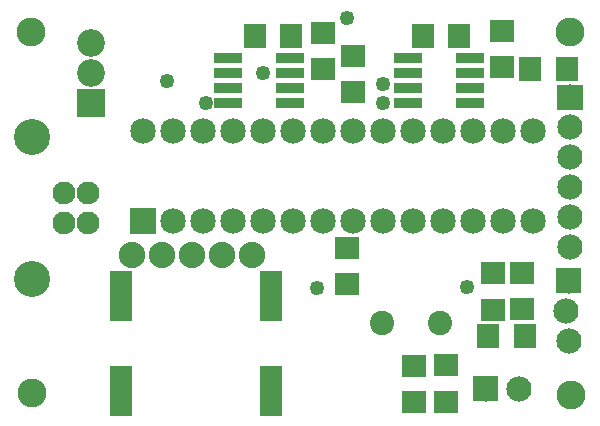
<source format=gts>
G04 MADE WITH FRITZING*
G04 WWW.FRITZING.ORG*
G04 DOUBLE SIDED*
G04 HOLES PLATED*
G04 CONTOUR ON CENTER OF CONTOUR VECTOR*
%ASAXBY*%
%FSLAX23Y23*%
%MOIN*%
%OFA0B0*%
%SFA1.0B1.0*%
%ADD10C,0.049370*%
%ADD11C,0.096614*%
%ADD12C,0.085000*%
%ADD13C,0.080925*%
%ADD14C,0.080866*%
%ADD15C,0.092000*%
%ADD16C,0.088000*%
%ADD17C,0.084000*%
%ADD18C,0.076000*%
%ADD19C,0.120000*%
%ADD20R,0.085000X0.085000*%
%ADD21R,0.092000X0.092000*%
%ADD22R,0.097000X0.034000*%
%ADD23R,0.072992X0.167480*%
%ADD24R,0.084803X0.072992*%
%ADD25R,0.072992X0.084803*%
%ADD26R,0.001000X0.001000*%
%LNMASK1*%
G90*
G70*
G54D10*
X1035Y433D03*
X1534Y437D03*
X1254Y1116D03*
X664Y1050D03*
X1255Y1052D03*
X855Y1152D03*
X535Y1124D03*
X1134Y1336D03*
G54D11*
X1883Y77D03*
X84Y84D03*
X1877Y1288D03*
X83Y1287D03*
G54D12*
X455Y659D03*
X455Y959D03*
X555Y659D03*
X555Y959D03*
X655Y659D03*
X655Y959D03*
X755Y659D03*
X755Y959D03*
X855Y659D03*
X855Y959D03*
X955Y659D03*
X955Y959D03*
X1055Y659D03*
X1055Y959D03*
X1155Y659D03*
X1155Y959D03*
X1255Y659D03*
X1255Y959D03*
X1355Y659D03*
X1355Y959D03*
X1455Y659D03*
X1455Y959D03*
X1555Y659D03*
X1555Y959D03*
X1655Y659D03*
X1655Y959D03*
X1755Y659D03*
X1755Y959D03*
G54D13*
X1253Y318D03*
G54D14*
X1446Y318D03*
G54D15*
X282Y1052D03*
X282Y1152D03*
X282Y1252D03*
G54D16*
X418Y543D03*
X518Y543D03*
X618Y543D03*
X718Y543D03*
X818Y543D03*
G54D17*
X1880Y1070D03*
X1880Y970D03*
X1880Y870D03*
X1880Y770D03*
X1880Y670D03*
X1880Y570D03*
X1880Y1070D03*
X1880Y970D03*
X1880Y870D03*
X1880Y770D03*
X1880Y670D03*
X1880Y570D03*
X1875Y459D03*
X1865Y359D03*
X1875Y259D03*
X1875Y459D03*
X1865Y359D03*
X1875Y259D03*
X1598Y99D03*
X1708Y99D03*
X1598Y99D03*
X1708Y99D03*
G54D18*
X271Y651D03*
X271Y750D03*
X193Y750D03*
X193Y651D03*
G54D19*
X86Y463D03*
X86Y937D03*
G54D18*
X271Y651D03*
X271Y750D03*
X193Y750D03*
X193Y651D03*
G54D19*
X86Y463D03*
X86Y937D03*
G54D20*
X455Y659D03*
G54D21*
X282Y1052D03*
G54D22*
X740Y1200D03*
X740Y1150D03*
X740Y1100D03*
X740Y1050D03*
X946Y1050D03*
X946Y1100D03*
X946Y1150D03*
X946Y1200D03*
X1340Y1200D03*
X1340Y1150D03*
X1340Y1100D03*
X1340Y1050D03*
X1546Y1050D03*
X1546Y1100D03*
X1546Y1150D03*
X1546Y1200D03*
G54D23*
X383Y407D03*
X383Y92D03*
G54D24*
X1134Y447D03*
X1134Y569D03*
G54D23*
X883Y407D03*
X883Y92D03*
G54D24*
X1357Y175D03*
X1357Y53D03*
X1465Y177D03*
X1465Y55D03*
X1621Y362D03*
X1621Y485D03*
X1717Y485D03*
X1717Y363D03*
G54D25*
X1746Y1164D03*
X1868Y1164D03*
G54D24*
X1651Y1170D03*
X1651Y1292D03*
X1156Y1209D03*
X1156Y1087D03*
X1056Y1163D03*
X1056Y1285D03*
G54D25*
X1727Y274D03*
X1605Y274D03*
X1509Y1276D03*
X1387Y1276D03*
X949Y1275D03*
X827Y1275D03*
G54D26*
X1838Y1112D02*
X1920Y1112D01*
X1837Y1111D02*
X1920Y1111D01*
X1837Y1110D02*
X1920Y1110D01*
X1837Y1109D02*
X1920Y1109D01*
X1837Y1108D02*
X1920Y1108D01*
X1837Y1107D02*
X1920Y1107D01*
X1837Y1106D02*
X1920Y1106D01*
X1837Y1105D02*
X1920Y1105D01*
X1837Y1104D02*
X1920Y1104D01*
X1837Y1103D02*
X1920Y1103D01*
X1837Y1102D02*
X1920Y1102D01*
X1837Y1101D02*
X1920Y1101D01*
X1837Y1100D02*
X1920Y1100D01*
X1837Y1099D02*
X1920Y1099D01*
X1837Y1098D02*
X1920Y1098D01*
X1837Y1097D02*
X1920Y1097D01*
X1837Y1096D02*
X1920Y1096D01*
X1837Y1095D02*
X1920Y1095D01*
X1837Y1094D02*
X1920Y1094D01*
X1837Y1093D02*
X1920Y1093D01*
X1837Y1092D02*
X1920Y1092D01*
X1837Y1091D02*
X1920Y1091D01*
X1837Y1090D02*
X1920Y1090D01*
X1837Y1089D02*
X1920Y1089D01*
X1837Y1088D02*
X1920Y1088D01*
X1837Y1087D02*
X1920Y1087D01*
X1837Y1086D02*
X1920Y1086D01*
X1837Y1085D02*
X1875Y1085D01*
X1883Y1085D02*
X1920Y1085D01*
X1837Y1084D02*
X1872Y1084D01*
X1886Y1084D02*
X1920Y1084D01*
X1837Y1083D02*
X1870Y1083D01*
X1888Y1083D02*
X1920Y1083D01*
X1837Y1082D02*
X1868Y1082D01*
X1889Y1082D02*
X1920Y1082D01*
X1837Y1081D02*
X1867Y1081D01*
X1890Y1081D02*
X1920Y1081D01*
X1837Y1080D02*
X1867Y1080D01*
X1891Y1080D02*
X1920Y1080D01*
X1837Y1079D02*
X1866Y1079D01*
X1892Y1079D02*
X1920Y1079D01*
X1837Y1078D02*
X1865Y1078D01*
X1893Y1078D02*
X1920Y1078D01*
X1837Y1077D02*
X1865Y1077D01*
X1893Y1077D02*
X1920Y1077D01*
X1837Y1076D02*
X1864Y1076D01*
X1894Y1076D02*
X1920Y1076D01*
X1837Y1075D02*
X1864Y1075D01*
X1894Y1075D02*
X1920Y1075D01*
X1837Y1074D02*
X1864Y1074D01*
X1894Y1074D02*
X1920Y1074D01*
X1837Y1073D02*
X1864Y1073D01*
X1894Y1073D02*
X1920Y1073D01*
X1837Y1072D02*
X1864Y1072D01*
X1894Y1072D02*
X1920Y1072D01*
X1837Y1071D02*
X1863Y1071D01*
X1894Y1071D02*
X1920Y1071D01*
X1837Y1070D02*
X1863Y1070D01*
X1894Y1070D02*
X1920Y1070D01*
X1837Y1069D02*
X1864Y1069D01*
X1894Y1069D02*
X1920Y1069D01*
X1837Y1068D02*
X1864Y1068D01*
X1894Y1068D02*
X1920Y1068D01*
X1837Y1067D02*
X1864Y1067D01*
X1894Y1067D02*
X1920Y1067D01*
X1837Y1066D02*
X1864Y1066D01*
X1894Y1066D02*
X1920Y1066D01*
X1837Y1065D02*
X1864Y1065D01*
X1894Y1065D02*
X1920Y1065D01*
X1837Y1064D02*
X1865Y1064D01*
X1893Y1064D02*
X1920Y1064D01*
X1837Y1063D02*
X1865Y1063D01*
X1893Y1063D02*
X1920Y1063D01*
X1837Y1062D02*
X1866Y1062D01*
X1892Y1062D02*
X1920Y1062D01*
X1837Y1061D02*
X1866Y1061D01*
X1892Y1061D02*
X1920Y1061D01*
X1837Y1060D02*
X1867Y1060D01*
X1891Y1060D02*
X1920Y1060D01*
X1837Y1059D02*
X1868Y1059D01*
X1890Y1059D02*
X1920Y1059D01*
X1837Y1058D02*
X1869Y1058D01*
X1889Y1058D02*
X1920Y1058D01*
X1837Y1057D02*
X1871Y1057D01*
X1887Y1057D02*
X1920Y1057D01*
X1837Y1056D02*
X1874Y1056D01*
X1884Y1056D02*
X1920Y1056D01*
X1837Y1055D02*
X1920Y1055D01*
X1837Y1054D02*
X1920Y1054D01*
X1837Y1053D02*
X1920Y1053D01*
X1837Y1052D02*
X1920Y1052D01*
X1837Y1051D02*
X1920Y1051D01*
X1837Y1050D02*
X1920Y1050D01*
X1837Y1049D02*
X1920Y1049D01*
X1837Y1048D02*
X1920Y1048D01*
X1837Y1047D02*
X1920Y1047D01*
X1837Y1046D02*
X1920Y1046D01*
X1837Y1045D02*
X1920Y1045D01*
X1837Y1044D02*
X1920Y1044D01*
X1837Y1043D02*
X1920Y1043D01*
X1837Y1042D02*
X1920Y1042D01*
X1837Y1041D02*
X1920Y1041D01*
X1837Y1040D02*
X1920Y1040D01*
X1837Y1039D02*
X1920Y1039D01*
X1837Y1038D02*
X1920Y1038D01*
X1837Y1037D02*
X1920Y1037D01*
X1837Y1036D02*
X1920Y1036D01*
X1837Y1035D02*
X1920Y1035D01*
X1837Y1034D02*
X1920Y1034D01*
X1837Y1033D02*
X1920Y1033D01*
X1837Y1032D02*
X1920Y1032D01*
X1837Y1031D02*
X1920Y1031D01*
X1837Y1030D02*
X1920Y1030D01*
X1837Y1029D02*
X1920Y1029D01*
X1833Y502D02*
X1915Y502D01*
X1832Y501D02*
X1915Y501D01*
X1832Y500D02*
X1915Y500D01*
X1832Y499D02*
X1915Y499D01*
X1832Y498D02*
X1915Y498D01*
X1832Y497D02*
X1915Y497D01*
X1832Y496D02*
X1915Y496D01*
X1832Y495D02*
X1915Y495D01*
X1832Y494D02*
X1915Y494D01*
X1832Y493D02*
X1915Y493D01*
X1832Y492D02*
X1915Y492D01*
X1832Y491D02*
X1915Y491D01*
X1832Y490D02*
X1915Y490D01*
X1832Y489D02*
X1915Y489D01*
X1832Y488D02*
X1915Y488D01*
X1832Y487D02*
X1915Y487D01*
X1832Y486D02*
X1915Y486D01*
X1832Y485D02*
X1915Y485D01*
X1832Y484D02*
X1915Y484D01*
X1832Y483D02*
X1915Y483D01*
X1832Y482D02*
X1915Y482D01*
X1832Y481D02*
X1915Y481D01*
X1832Y480D02*
X1915Y480D01*
X1832Y479D02*
X1915Y479D01*
X1832Y478D02*
X1915Y478D01*
X1832Y477D02*
X1915Y477D01*
X1832Y476D02*
X1915Y476D01*
X1832Y475D02*
X1871Y475D01*
X1877Y475D02*
X1915Y475D01*
X1832Y474D02*
X1867Y474D01*
X1881Y474D02*
X1915Y474D01*
X1832Y473D02*
X1865Y473D01*
X1883Y473D02*
X1915Y473D01*
X1832Y472D02*
X1864Y472D01*
X1884Y472D02*
X1915Y472D01*
X1832Y471D02*
X1863Y471D01*
X1885Y471D02*
X1915Y471D01*
X1832Y470D02*
X1862Y470D01*
X1886Y470D02*
X1915Y470D01*
X1832Y469D02*
X1861Y469D01*
X1887Y469D02*
X1915Y469D01*
X1832Y468D02*
X1860Y468D01*
X1888Y468D02*
X1915Y468D01*
X1832Y467D02*
X1860Y467D01*
X1888Y467D02*
X1915Y467D01*
X1832Y466D02*
X1859Y466D01*
X1888Y466D02*
X1915Y466D01*
X1832Y465D02*
X1859Y465D01*
X1889Y465D02*
X1915Y465D01*
X1832Y464D02*
X1859Y464D01*
X1889Y464D02*
X1915Y464D01*
X1832Y463D02*
X1859Y463D01*
X1889Y463D02*
X1915Y463D01*
X1832Y462D02*
X1859Y462D01*
X1889Y462D02*
X1915Y462D01*
X1832Y461D02*
X1858Y461D01*
X1889Y461D02*
X1915Y461D01*
X1832Y460D02*
X1858Y460D01*
X1889Y460D02*
X1915Y460D01*
X1832Y459D02*
X1858Y459D01*
X1889Y459D02*
X1915Y459D01*
X1832Y458D02*
X1859Y458D01*
X1889Y458D02*
X1915Y458D01*
X1832Y457D02*
X1859Y457D01*
X1889Y457D02*
X1915Y457D01*
X1832Y456D02*
X1859Y456D01*
X1889Y456D02*
X1915Y456D01*
X1832Y455D02*
X1859Y455D01*
X1889Y455D02*
X1915Y455D01*
X1832Y454D02*
X1860Y454D01*
X1888Y454D02*
X1915Y454D01*
X1832Y453D02*
X1860Y453D01*
X1888Y453D02*
X1915Y453D01*
X1832Y452D02*
X1861Y452D01*
X1887Y452D02*
X1915Y452D01*
X1832Y451D02*
X1861Y451D01*
X1887Y451D02*
X1915Y451D01*
X1832Y450D02*
X1862Y450D01*
X1886Y450D02*
X1915Y450D01*
X1832Y449D02*
X1863Y449D01*
X1885Y449D02*
X1915Y449D01*
X1832Y448D02*
X1864Y448D01*
X1884Y448D02*
X1915Y448D01*
X1832Y447D02*
X1866Y447D01*
X1882Y447D02*
X1915Y447D01*
X1832Y446D02*
X1868Y446D01*
X1880Y446D02*
X1915Y446D01*
X1832Y445D02*
X1915Y445D01*
X1832Y444D02*
X1915Y444D01*
X1832Y443D02*
X1915Y443D01*
X1832Y442D02*
X1915Y442D01*
X1832Y441D02*
X1915Y441D01*
X1832Y440D02*
X1915Y440D01*
X1832Y439D02*
X1915Y439D01*
X1832Y438D02*
X1915Y438D01*
X1832Y437D02*
X1915Y437D01*
X1832Y436D02*
X1915Y436D01*
X1832Y435D02*
X1915Y435D01*
X1832Y434D02*
X1915Y434D01*
X1832Y433D02*
X1915Y433D01*
X1832Y432D02*
X1915Y432D01*
X1832Y431D02*
X1915Y431D01*
X1832Y430D02*
X1915Y430D01*
X1832Y429D02*
X1915Y429D01*
X1832Y428D02*
X1915Y428D01*
X1832Y427D02*
X1915Y427D01*
X1832Y426D02*
X1915Y426D01*
X1832Y425D02*
X1915Y425D01*
X1832Y424D02*
X1915Y424D01*
X1832Y423D02*
X1915Y423D01*
X1832Y422D02*
X1915Y422D01*
X1832Y421D02*
X1915Y421D01*
X1832Y420D02*
X1915Y420D01*
X1832Y419D02*
X1915Y419D01*
X1556Y141D02*
X1639Y141D01*
X1556Y140D02*
X1639Y140D01*
X1556Y139D02*
X1639Y139D01*
X1556Y138D02*
X1639Y138D01*
X1556Y137D02*
X1639Y137D01*
X1556Y136D02*
X1639Y136D01*
X1556Y135D02*
X1639Y135D01*
X1556Y134D02*
X1639Y134D01*
X1556Y133D02*
X1639Y133D01*
X1556Y132D02*
X1639Y132D01*
X1556Y131D02*
X1639Y131D01*
X1556Y130D02*
X1639Y130D01*
X1556Y129D02*
X1639Y129D01*
X1556Y128D02*
X1639Y128D01*
X1556Y127D02*
X1639Y127D01*
X1556Y126D02*
X1639Y126D01*
X1556Y125D02*
X1639Y125D01*
X1556Y124D02*
X1639Y124D01*
X1556Y123D02*
X1639Y123D01*
X1556Y122D02*
X1639Y122D01*
X1556Y121D02*
X1639Y121D01*
X1556Y120D02*
X1639Y120D01*
X1556Y119D02*
X1639Y119D01*
X1556Y118D02*
X1639Y118D01*
X1556Y117D02*
X1639Y117D01*
X1556Y116D02*
X1639Y116D01*
X1556Y115D02*
X1639Y115D01*
X1556Y114D02*
X1591Y114D01*
X1603Y114D02*
X1639Y114D01*
X1556Y113D02*
X1589Y113D01*
X1605Y113D02*
X1639Y113D01*
X1556Y112D02*
X1587Y112D01*
X1607Y112D02*
X1639Y112D01*
X1556Y111D02*
X1586Y111D01*
X1608Y111D02*
X1639Y111D01*
X1556Y110D02*
X1585Y110D01*
X1609Y110D02*
X1639Y110D01*
X1556Y109D02*
X1584Y109D01*
X1610Y109D02*
X1639Y109D01*
X1556Y108D02*
X1584Y108D01*
X1610Y108D02*
X1639Y108D01*
X1556Y107D02*
X1583Y107D01*
X1611Y107D02*
X1639Y107D01*
X1556Y106D02*
X1583Y106D01*
X1611Y106D02*
X1639Y106D01*
X1556Y105D02*
X1582Y105D01*
X1612Y105D02*
X1639Y105D01*
X1556Y104D02*
X1582Y104D01*
X1612Y104D02*
X1639Y104D01*
X1556Y103D02*
X1582Y103D01*
X1612Y103D02*
X1639Y103D01*
X1556Y102D02*
X1582Y102D01*
X1612Y102D02*
X1639Y102D01*
X1556Y101D02*
X1582Y101D01*
X1612Y101D02*
X1639Y101D01*
X1556Y100D02*
X1582Y100D01*
X1612Y100D02*
X1639Y100D01*
X1556Y99D02*
X1582Y99D01*
X1612Y99D02*
X1639Y99D01*
X1556Y98D02*
X1582Y98D01*
X1612Y98D02*
X1639Y98D01*
X1556Y97D02*
X1582Y97D01*
X1612Y97D02*
X1639Y97D01*
X1556Y96D02*
X1582Y96D01*
X1612Y96D02*
X1639Y96D01*
X1556Y95D02*
X1582Y95D01*
X1612Y95D02*
X1639Y95D01*
X1556Y94D02*
X1583Y94D01*
X1611Y94D02*
X1639Y94D01*
X1556Y93D02*
X1583Y93D01*
X1611Y93D02*
X1639Y93D01*
X1556Y92D02*
X1583Y92D01*
X1611Y92D02*
X1639Y92D01*
X1556Y91D02*
X1584Y91D01*
X1610Y91D02*
X1639Y91D01*
X1556Y90D02*
X1585Y90D01*
X1609Y90D02*
X1639Y90D01*
X1556Y89D02*
X1586Y89D01*
X1608Y89D02*
X1639Y89D01*
X1556Y88D02*
X1587Y88D01*
X1607Y88D02*
X1639Y88D01*
X1556Y87D02*
X1588Y87D01*
X1606Y87D02*
X1639Y87D01*
X1556Y86D02*
X1591Y86D01*
X1603Y86D02*
X1639Y86D01*
X1556Y85D02*
X1595Y85D01*
X1599Y85D02*
X1639Y85D01*
X1556Y84D02*
X1639Y84D01*
X1556Y83D02*
X1639Y83D01*
X1556Y82D02*
X1639Y82D01*
X1556Y81D02*
X1639Y81D01*
X1556Y80D02*
X1639Y80D01*
X1556Y79D02*
X1639Y79D01*
X1556Y78D02*
X1639Y78D01*
X1556Y77D02*
X1639Y77D01*
X1556Y76D02*
X1639Y76D01*
X1556Y75D02*
X1639Y75D01*
X1556Y74D02*
X1639Y74D01*
X1556Y73D02*
X1639Y73D01*
X1556Y72D02*
X1639Y72D01*
X1556Y71D02*
X1639Y71D01*
X1556Y70D02*
X1639Y70D01*
X1556Y69D02*
X1639Y69D01*
X1556Y68D02*
X1639Y68D01*
X1556Y67D02*
X1639Y67D01*
X1556Y66D02*
X1639Y66D01*
X1556Y65D02*
X1639Y65D01*
X1556Y64D02*
X1639Y64D01*
X1556Y63D02*
X1639Y63D01*
X1556Y62D02*
X1639Y62D01*
X1556Y61D02*
X1639Y61D01*
X1556Y60D02*
X1639Y60D01*
X1556Y59D02*
X1639Y59D01*
X1556Y58D02*
X1638Y58D01*
D02*
G04 End of Mask1*
M02*
</source>
